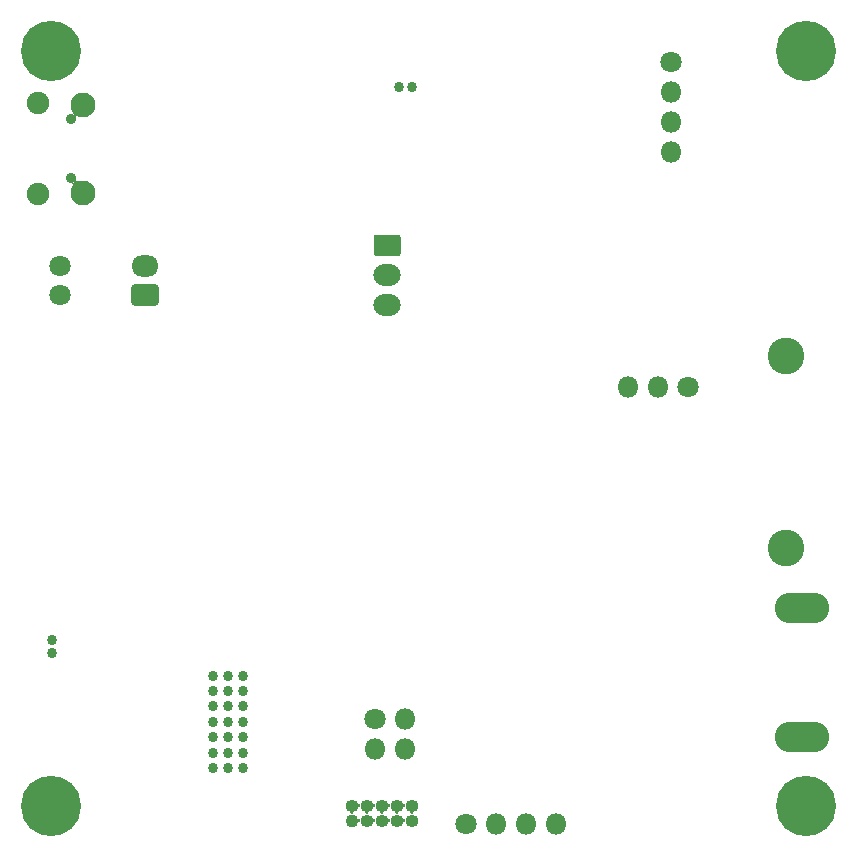
<source format=gbr>
%TF.GenerationSoftware,KiCad,Pcbnew,5.99.0-unknown-dd374e12a~102~ubuntu20.04.1*%
%TF.CreationDate,2020-12-04T16:52:23-08:00*%
%TF.ProjectId,blue_interface_board,626c7565-5f69-46e7-9465-72666163655f,rev?*%
%TF.SameCoordinates,Original*%
%TF.FileFunction,Soldermask,Bot*%
%TF.FilePolarity,Negative*%
%FSLAX46Y46*%
G04 Gerber Fmt 4.6, Leading zero omitted, Abs format (unit mm)*
G04 Created by KiCad (PCBNEW 5.99.0-unknown-dd374e12a~102~ubuntu20.04.1) date 2020-12-04 16:52:23*
%MOMM*%
%LPD*%
G01*
G04 APERTURE LIST*
%ADD10C,3.102000*%
%ADD11C,0.864000*%
%ADD12O,4.602000X2.602000*%
%ADD13C,5.102000*%
%ADD14C,1.102000*%
%ADD15O,1.102000X1.102000*%
%ADD16C,0.902000*%
%ADD17C,2.102000*%
%ADD18C,1.902000*%
%ADD19C,1.802000*%
%ADD20O,1.802000X1.802000*%
%ADD21O,2.302000X1.842000*%
%ADD22O,2.302000X1.802000*%
G04 APERTURE END LIST*
D10*
X154290000Y-104120000D03*
X154290000Y-87820000D03*
D11*
X108330000Y-114935000D03*
X105730000Y-114935000D03*
X107030000Y-118835000D03*
X105730000Y-120135000D03*
X107030000Y-116235000D03*
X108330000Y-118835000D03*
X108330000Y-121435000D03*
X105730000Y-118835000D03*
X108330000Y-122735000D03*
X105730000Y-122735000D03*
X107030000Y-114935000D03*
X108330000Y-120135000D03*
X107030000Y-122735000D03*
X107030000Y-117535000D03*
X105730000Y-117535000D03*
X108330000Y-117535000D03*
X107030000Y-121435000D03*
X105730000Y-121435000D03*
X108330000Y-116235000D03*
X105730000Y-116235000D03*
X107030000Y-120135000D03*
D12*
X155600000Y-109200000D03*
X155600000Y-120100000D03*
D13*
X156000000Y-62000000D03*
X92000000Y-62000000D03*
D14*
X117500000Y-127200000D03*
D15*
X117500000Y-125930000D03*
X118770000Y-127200000D03*
X118770000Y-125930000D03*
X120040000Y-127200000D03*
X120040000Y-125930000D03*
X121310000Y-127200000D03*
X121310000Y-125930000D03*
X122580000Y-127200000D03*
X122580000Y-125930000D03*
D16*
X93700000Y-72800000D03*
X93700000Y-67800000D03*
D17*
X94750000Y-74025000D03*
D18*
X90950000Y-74175000D03*
X90950000Y-66425000D03*
D17*
X94750000Y-66575000D03*
D19*
X144500000Y-63000000D03*
D20*
X144500000Y-65540000D03*
X144500000Y-68080000D03*
X144500000Y-70620000D03*
G36*
G01*
X119613655Y-77579000D02*
X121386345Y-77579000D01*
G75*
G02*
X121651000Y-77843655I0J-264655D01*
G01*
X121651000Y-79156345D01*
G75*
G02*
X121386345Y-79421000I-264655J0D01*
G01*
X119613655Y-79421000D01*
G75*
G02*
X119349000Y-79156345I0J264655D01*
G01*
X119349000Y-77843655D01*
G75*
G02*
X119613655Y-77579000I264655J0D01*
G01*
G37*
D21*
X120500000Y-81040000D03*
X120500000Y-83580000D03*
D13*
X92000000Y-126000000D03*
D11*
X92100000Y-111929999D03*
X92100000Y-113029999D03*
D19*
X92820000Y-80200000D03*
X92820000Y-82700000D03*
G36*
G01*
X101151000Y-82064000D02*
X101151000Y-83336000D01*
G75*
G02*
X100886000Y-83601000I-265000J0D01*
G01*
X99114000Y-83601000D01*
G75*
G02*
X98849000Y-83336000I0J265000D01*
G01*
X98849000Y-82064000D01*
G75*
G02*
X99114000Y-81799000I265000J0D01*
G01*
X100886000Y-81799000D01*
G75*
G02*
X101151000Y-82064000I0J-265000D01*
G01*
G37*
D22*
X100000000Y-80200000D03*
D13*
X156000000Y-126000000D03*
D19*
X146000000Y-90500000D03*
D20*
X143460000Y-90500000D03*
X140920000Y-90500000D03*
D19*
X127200000Y-127500000D03*
D20*
X129740000Y-127500000D03*
X132280000Y-127500000D03*
X134820000Y-127500000D03*
D19*
X119500000Y-118600000D03*
D20*
X122040000Y-118600000D03*
X119500000Y-121140000D03*
X122040000Y-121140000D03*
D11*
X121500000Y-65100000D03*
X122600000Y-65100000D03*
G36*
X119552255Y-126956107D02*
G01*
X119552382Y-126957974D01*
X119512817Y-127046837D01*
X119491049Y-127194253D01*
X119509725Y-127342085D01*
X119547420Y-127431761D01*
X119547169Y-127433745D01*
X119545325Y-127434520D01*
X119543794Y-127433444D01*
X119515674Y-127378255D01*
X119514931Y-127378634D01*
X119512260Y-127377797D01*
X119493539Y-127342892D01*
X119439455Y-127309365D01*
X119375856Y-127307374D01*
X119319793Y-127337442D01*
X119285058Y-127395486D01*
X119282323Y-127405694D01*
X119282144Y-127406140D01*
X119277492Y-127414602D01*
X119275781Y-127415638D01*
X119274028Y-127414674D01*
X119273824Y-127413060D01*
X119312219Y-127285889D01*
X119313899Y-127125483D01*
X119278175Y-126997535D01*
X119278672Y-126995598D01*
X119280598Y-126995060D01*
X119281873Y-126996070D01*
X119292891Y-127017145D01*
X119294210Y-127017543D01*
X119316627Y-127058320D01*
X119371054Y-127091283D01*
X119434674Y-127092617D01*
X119490420Y-127061971D01*
X119524556Y-127003557D01*
X119525550Y-126999684D01*
X119525724Y-126999236D01*
X119548792Y-126956216D01*
X119550492Y-126955162D01*
X119552255Y-126956107D01*
G37*
G36*
X122092255Y-126956107D02*
G01*
X122092382Y-126957974D01*
X122052817Y-127046837D01*
X122031049Y-127194253D01*
X122049725Y-127342085D01*
X122087420Y-127431761D01*
X122087169Y-127433745D01*
X122085325Y-127434520D01*
X122083794Y-127433444D01*
X122055674Y-127378255D01*
X122054931Y-127378634D01*
X122052260Y-127377797D01*
X122033539Y-127342892D01*
X121979455Y-127309365D01*
X121915856Y-127307374D01*
X121859793Y-127337442D01*
X121825058Y-127395486D01*
X121822323Y-127405694D01*
X121822144Y-127406140D01*
X121817492Y-127414602D01*
X121815781Y-127415638D01*
X121814028Y-127414674D01*
X121813824Y-127413060D01*
X121852219Y-127285889D01*
X121853899Y-127125483D01*
X121818175Y-126997535D01*
X121818672Y-126995598D01*
X121820598Y-126995060D01*
X121821873Y-126996070D01*
X121832891Y-127017145D01*
X121834210Y-127017543D01*
X121856627Y-127058320D01*
X121911054Y-127091283D01*
X121974674Y-127092617D01*
X122030420Y-127061971D01*
X122064556Y-127003557D01*
X122065550Y-126999684D01*
X122065724Y-126999236D01*
X122088792Y-126956216D01*
X122090492Y-126955162D01*
X122092255Y-126956107D01*
G37*
G36*
X120822255Y-126956107D02*
G01*
X120822382Y-126957974D01*
X120782817Y-127046837D01*
X120761049Y-127194253D01*
X120779725Y-127342085D01*
X120817420Y-127431761D01*
X120817169Y-127433745D01*
X120815325Y-127434520D01*
X120813794Y-127433444D01*
X120785674Y-127378255D01*
X120784931Y-127378634D01*
X120782260Y-127377797D01*
X120763539Y-127342892D01*
X120709455Y-127309365D01*
X120645856Y-127307374D01*
X120589793Y-127337442D01*
X120555058Y-127395486D01*
X120552323Y-127405694D01*
X120552144Y-127406140D01*
X120547492Y-127414602D01*
X120545781Y-127415638D01*
X120544028Y-127414674D01*
X120543824Y-127413060D01*
X120582219Y-127285889D01*
X120583899Y-127125483D01*
X120548175Y-126997535D01*
X120548672Y-126995598D01*
X120550598Y-126995060D01*
X120551873Y-126996070D01*
X120562891Y-127017145D01*
X120564210Y-127017543D01*
X120586627Y-127058320D01*
X120641054Y-127091283D01*
X120704674Y-127092617D01*
X120760420Y-127061971D01*
X120794556Y-127003557D01*
X120795550Y-126999684D01*
X120795724Y-126999236D01*
X120818792Y-126956216D01*
X120820492Y-126955162D01*
X120822255Y-126956107D01*
G37*
G36*
X118282255Y-126956107D02*
G01*
X118282382Y-126957974D01*
X118242817Y-127046837D01*
X118221049Y-127194253D01*
X118239725Y-127342085D01*
X118277420Y-127431761D01*
X118277169Y-127433745D01*
X118275325Y-127434520D01*
X118273794Y-127433444D01*
X118245674Y-127378255D01*
X118244931Y-127378634D01*
X118242260Y-127377797D01*
X118223539Y-127342892D01*
X118169455Y-127309365D01*
X118105856Y-127307374D01*
X118049793Y-127337442D01*
X118015058Y-127395486D01*
X118012323Y-127405694D01*
X118012144Y-127406140D01*
X118007492Y-127414602D01*
X118005781Y-127415638D01*
X118004028Y-127414674D01*
X118003824Y-127413060D01*
X118042219Y-127285889D01*
X118043899Y-127125483D01*
X118008175Y-126997535D01*
X118008672Y-126995598D01*
X118010598Y-126995060D01*
X118011873Y-126996070D01*
X118022891Y-127017145D01*
X118024210Y-127017543D01*
X118046627Y-127058320D01*
X118101054Y-127091283D01*
X118164674Y-127092617D01*
X118220420Y-127061971D01*
X118254556Y-127003557D01*
X118255550Y-126999684D01*
X118255724Y-126999236D01*
X118278792Y-126956216D01*
X118280492Y-126955162D01*
X118282255Y-126956107D01*
G37*
G36*
X121190245Y-126465760D02*
G01*
X121338730Y-126478229D01*
X121475207Y-126452194D01*
X121477096Y-126452852D01*
X121477471Y-126454817D01*
X121476723Y-126455801D01*
X121434046Y-126485463D01*
X121406951Y-126543042D01*
X121412276Y-126606451D01*
X121448648Y-126658782D01*
X121476767Y-126675411D01*
X121477749Y-126677154D01*
X121476731Y-126678875D01*
X121475333Y-126679089D01*
X121350207Y-126652493D01*
X121201491Y-126661850D01*
X121116621Y-126691404D01*
X121114656Y-126691029D01*
X121113998Y-126689140D01*
X121115266Y-126687640D01*
X121134090Y-126680639D01*
X121186180Y-126643621D01*
X121212670Y-126585765D01*
X121206680Y-126522415D01*
X121169754Y-126470455D01*
X121136599Y-126450847D01*
X121104575Y-126438168D01*
X121103332Y-126436600D01*
X121104069Y-126434741D01*
X121106008Y-126434433D01*
X121190245Y-126465760D01*
G37*
G36*
X117380245Y-126465760D02*
G01*
X117528730Y-126478229D01*
X117665207Y-126452194D01*
X117667096Y-126452852D01*
X117667471Y-126454817D01*
X117666723Y-126455801D01*
X117624046Y-126485463D01*
X117596951Y-126543042D01*
X117602276Y-126606451D01*
X117638648Y-126658782D01*
X117666767Y-126675411D01*
X117667749Y-126677154D01*
X117666731Y-126678875D01*
X117665333Y-126679089D01*
X117540207Y-126652493D01*
X117391491Y-126661850D01*
X117306621Y-126691404D01*
X117304656Y-126691029D01*
X117303998Y-126689140D01*
X117305266Y-126687640D01*
X117324090Y-126680639D01*
X117376180Y-126643621D01*
X117402670Y-126585765D01*
X117396680Y-126522415D01*
X117359754Y-126470455D01*
X117326599Y-126450847D01*
X117294575Y-126438168D01*
X117293332Y-126436600D01*
X117294069Y-126434741D01*
X117296008Y-126434433D01*
X117380245Y-126465760D01*
G37*
G36*
X118650245Y-126465760D02*
G01*
X118798730Y-126478229D01*
X118935207Y-126452194D01*
X118937096Y-126452852D01*
X118937471Y-126454817D01*
X118936723Y-126455801D01*
X118894046Y-126485463D01*
X118866951Y-126543042D01*
X118872276Y-126606451D01*
X118908648Y-126658782D01*
X118936767Y-126675411D01*
X118937749Y-126677154D01*
X118936731Y-126678875D01*
X118935333Y-126679089D01*
X118810207Y-126652493D01*
X118661491Y-126661850D01*
X118576621Y-126691404D01*
X118574656Y-126691029D01*
X118573998Y-126689140D01*
X118575266Y-126687640D01*
X118594090Y-126680639D01*
X118646180Y-126643621D01*
X118672670Y-126585765D01*
X118666680Y-126522415D01*
X118629754Y-126470455D01*
X118596599Y-126450847D01*
X118564575Y-126438168D01*
X118563332Y-126436600D01*
X118564069Y-126434741D01*
X118566008Y-126434433D01*
X118650245Y-126465760D01*
G37*
G36*
X122460245Y-126465760D02*
G01*
X122608730Y-126478229D01*
X122745207Y-126452194D01*
X122747096Y-126452852D01*
X122747471Y-126454817D01*
X122746723Y-126455801D01*
X122704046Y-126485463D01*
X122676951Y-126543042D01*
X122682276Y-126606451D01*
X122718648Y-126658782D01*
X122746767Y-126675411D01*
X122747749Y-126677154D01*
X122746731Y-126678875D01*
X122745333Y-126679089D01*
X122620207Y-126652493D01*
X122471491Y-126661850D01*
X122386621Y-126691404D01*
X122384656Y-126691029D01*
X122383998Y-126689140D01*
X122385266Y-126687640D01*
X122404090Y-126680639D01*
X122456180Y-126643621D01*
X122482670Y-126585765D01*
X122476680Y-126522415D01*
X122439754Y-126470455D01*
X122406599Y-126450847D01*
X122374575Y-126438168D01*
X122373332Y-126436600D01*
X122374069Y-126434741D01*
X122376008Y-126434433D01*
X122460245Y-126465760D01*
G37*
G36*
X119920245Y-126465760D02*
G01*
X120068730Y-126478229D01*
X120205207Y-126452194D01*
X120207096Y-126452852D01*
X120207471Y-126454817D01*
X120206723Y-126455801D01*
X120164046Y-126485463D01*
X120136951Y-126543042D01*
X120142276Y-126606451D01*
X120178648Y-126658782D01*
X120206767Y-126675411D01*
X120207749Y-126677154D01*
X120206731Y-126678875D01*
X120205333Y-126679089D01*
X120080207Y-126652493D01*
X119931491Y-126661850D01*
X119846621Y-126691404D01*
X119844656Y-126691029D01*
X119843998Y-126689140D01*
X119845266Y-126687640D01*
X119864090Y-126680639D01*
X119916180Y-126643621D01*
X119942670Y-126585765D01*
X119936680Y-126522415D01*
X119899754Y-126470455D01*
X119866599Y-126450847D01*
X119834575Y-126438168D01*
X119833332Y-126436600D01*
X119834069Y-126434741D01*
X119836008Y-126434433D01*
X119920245Y-126465760D01*
G37*
G36*
X122092255Y-125686107D02*
G01*
X122092382Y-125687974D01*
X122052817Y-125776837D01*
X122031049Y-125924253D01*
X122049725Y-126072085D01*
X122087420Y-126161761D01*
X122087169Y-126163745D01*
X122085325Y-126164520D01*
X122083794Y-126163444D01*
X122055674Y-126108255D01*
X122054931Y-126108634D01*
X122052260Y-126107797D01*
X122033539Y-126072892D01*
X121979455Y-126039365D01*
X121915856Y-126037374D01*
X121859793Y-126067442D01*
X121825058Y-126125486D01*
X121822323Y-126135694D01*
X121822144Y-126136140D01*
X121817492Y-126144602D01*
X121815781Y-126145638D01*
X121814028Y-126144674D01*
X121813824Y-126143060D01*
X121852219Y-126015889D01*
X121853899Y-125855483D01*
X121818175Y-125727535D01*
X121818672Y-125725598D01*
X121820598Y-125725060D01*
X121821873Y-125726070D01*
X121832891Y-125747145D01*
X121834210Y-125747543D01*
X121856627Y-125788320D01*
X121911054Y-125821283D01*
X121974674Y-125822617D01*
X122030420Y-125791971D01*
X122064556Y-125733557D01*
X122065550Y-125729684D01*
X122065724Y-125729236D01*
X122088792Y-125686216D01*
X122090492Y-125685162D01*
X122092255Y-125686107D01*
G37*
G36*
X119552255Y-125686107D02*
G01*
X119552382Y-125687974D01*
X119512817Y-125776837D01*
X119491049Y-125924253D01*
X119509725Y-126072085D01*
X119547420Y-126161761D01*
X119547169Y-126163745D01*
X119545325Y-126164520D01*
X119543794Y-126163444D01*
X119515674Y-126108255D01*
X119514931Y-126108634D01*
X119512260Y-126107797D01*
X119493539Y-126072892D01*
X119439455Y-126039365D01*
X119375856Y-126037374D01*
X119319793Y-126067442D01*
X119285058Y-126125486D01*
X119282323Y-126135694D01*
X119282144Y-126136140D01*
X119277492Y-126144602D01*
X119275781Y-126145638D01*
X119274028Y-126144674D01*
X119273824Y-126143060D01*
X119312219Y-126015889D01*
X119313899Y-125855483D01*
X119278175Y-125727535D01*
X119278672Y-125725598D01*
X119280598Y-125725060D01*
X119281873Y-125726070D01*
X119292891Y-125747145D01*
X119294210Y-125747543D01*
X119316627Y-125788320D01*
X119371054Y-125821283D01*
X119434674Y-125822617D01*
X119490420Y-125791971D01*
X119524556Y-125733557D01*
X119525550Y-125729684D01*
X119525724Y-125729236D01*
X119548792Y-125686216D01*
X119550492Y-125685162D01*
X119552255Y-125686107D01*
G37*
G36*
X120822255Y-125686107D02*
G01*
X120822382Y-125687974D01*
X120782817Y-125776837D01*
X120761049Y-125924253D01*
X120779725Y-126072085D01*
X120817420Y-126161761D01*
X120817169Y-126163745D01*
X120815325Y-126164520D01*
X120813794Y-126163444D01*
X120785674Y-126108255D01*
X120784931Y-126108634D01*
X120782260Y-126107797D01*
X120763539Y-126072892D01*
X120709455Y-126039365D01*
X120645856Y-126037374D01*
X120589793Y-126067442D01*
X120555058Y-126125486D01*
X120552323Y-126135694D01*
X120552144Y-126136140D01*
X120547492Y-126144602D01*
X120545781Y-126145638D01*
X120544028Y-126144674D01*
X120543824Y-126143060D01*
X120582219Y-126015889D01*
X120583899Y-125855483D01*
X120548175Y-125727535D01*
X120548672Y-125725598D01*
X120550598Y-125725060D01*
X120551873Y-125726070D01*
X120562891Y-125747145D01*
X120564210Y-125747543D01*
X120586627Y-125788320D01*
X120641054Y-125821283D01*
X120704674Y-125822617D01*
X120760420Y-125791971D01*
X120794556Y-125733557D01*
X120795550Y-125729684D01*
X120795724Y-125729236D01*
X120818792Y-125686216D01*
X120820492Y-125685162D01*
X120822255Y-125686107D01*
G37*
G36*
X118282255Y-125686107D02*
G01*
X118282382Y-125687974D01*
X118242817Y-125776837D01*
X118221049Y-125924253D01*
X118239725Y-126072085D01*
X118277420Y-126161761D01*
X118277169Y-126163745D01*
X118275325Y-126164520D01*
X118273794Y-126163444D01*
X118245674Y-126108255D01*
X118244931Y-126108634D01*
X118242260Y-126107797D01*
X118223539Y-126072892D01*
X118169455Y-126039365D01*
X118105856Y-126037374D01*
X118049793Y-126067442D01*
X118015058Y-126125486D01*
X118012323Y-126135694D01*
X118012144Y-126136140D01*
X118007492Y-126144602D01*
X118005781Y-126145638D01*
X118004028Y-126144674D01*
X118003824Y-126143060D01*
X118042219Y-126015889D01*
X118043899Y-125855483D01*
X118008175Y-125727535D01*
X118008672Y-125725598D01*
X118010598Y-125725060D01*
X118011873Y-125726070D01*
X118022891Y-125747145D01*
X118024210Y-125747543D01*
X118046627Y-125788320D01*
X118101054Y-125821283D01*
X118164674Y-125822617D01*
X118220420Y-125791971D01*
X118254556Y-125733557D01*
X118255550Y-125729684D01*
X118255724Y-125729236D01*
X118278792Y-125686216D01*
X118280492Y-125685162D01*
X118282255Y-125686107D01*
G37*
G36*
X94129749Y-72923851D02*
G01*
X94130195Y-72925707D01*
X94127509Y-72935732D01*
X94127509Y-72999636D01*
X94159325Y-73054744D01*
X94214346Y-73086510D01*
X94293518Y-73079234D01*
X94295334Y-73080072D01*
X94295517Y-73082063D01*
X94294450Y-73083080D01*
X94264010Y-73095379D01*
X94092696Y-73207484D01*
X93946426Y-73350721D01*
X93879475Y-73448502D01*
X93877672Y-73449366D01*
X93876021Y-73448236D01*
X93876148Y-73446283D01*
X93882006Y-73437263D01*
X93901754Y-73376483D01*
X93888524Y-73314242D01*
X93845947Y-73266954D01*
X93785322Y-73247255D01*
X93775392Y-73248299D01*
X93774882Y-73248072D01*
X93712681Y-73248072D01*
X93710949Y-73247072D01*
X93710949Y-73245072D01*
X93712555Y-73244076D01*
X93794497Y-73238921D01*
X93919381Y-73191731D01*
X94024867Y-73109907D01*
X94101631Y-73000683D01*
X94126361Y-72924571D01*
X94127847Y-72923233D01*
X94129749Y-72923851D01*
G37*
G36*
X93857704Y-67117636D02*
G01*
X93927912Y-67226576D01*
X94070130Y-67373848D01*
X94238236Y-67490685D01*
X94379702Y-67552489D01*
X94380889Y-67554099D01*
X94380088Y-67555932D01*
X94378283Y-67556224D01*
X94334717Y-67542069D01*
X94334381Y-67541925D01*
X94305751Y-67526381D01*
X94243611Y-67511463D01*
X94182600Y-67529536D01*
X94138886Y-67575601D01*
X94128121Y-67666553D01*
X94131281Y-67678344D01*
X94130763Y-67680276D01*
X94128831Y-67680794D01*
X94127437Y-67679450D01*
X94104732Y-67605648D01*
X94029694Y-67495234D01*
X93925508Y-67411764D01*
X93801379Y-67362618D01*
X93716297Y-67355922D01*
X93714649Y-67354789D01*
X93714806Y-67352795D01*
X93716454Y-67351928D01*
X93773183Y-67351928D01*
X93773183Y-67349711D01*
X93775182Y-67347711D01*
X93807203Y-67347698D01*
X93862300Y-67315858D01*
X93894021Y-67260864D01*
X93881662Y-67167127D01*
X93854291Y-67119719D01*
X93854291Y-67117719D01*
X93856023Y-67116719D01*
X93857704Y-67117636D01*
G37*
M02*

</source>
